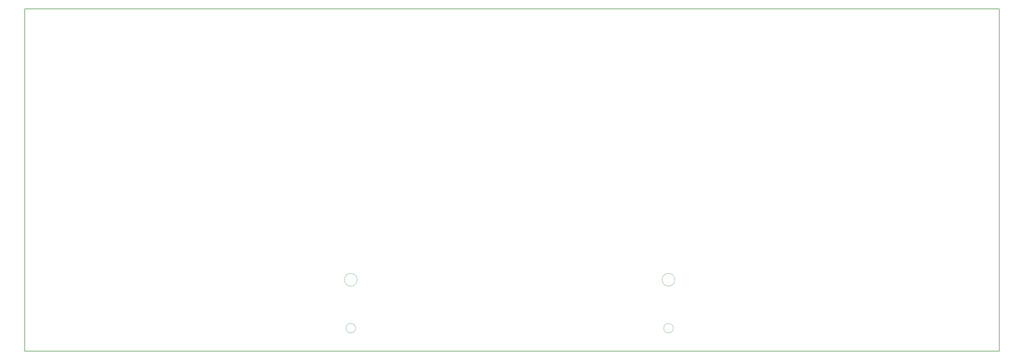
<source format=gbr>
%TF.GenerationSoftware,KiCad,Pcbnew,7.0.7*%
%TF.CreationDate,2024-01-28T23:49:53+00:00*%
%TF.ProjectId,Lynx-Keyboard,4c796e78-2d4b-4657-9962-6f6172642e6b,rev?*%
%TF.SameCoordinates,Original*%
%TF.FileFunction,Profile,NP*%
%FSLAX46Y46*%
G04 Gerber Fmt 4.6, Leading zero omitted, Abs format (unit mm)*
G04 Created by KiCad (PCBNEW 7.0.7) date 2024-01-28 23:49:53*
%MOMM*%
%LPD*%
G01*
G04 APERTURE LIST*
%TA.AperFunction,Profile*%
%ADD10C,0.100000*%
%TD*%
%TA.AperFunction,Profile*%
%ADD11C,0.200000*%
%TD*%
G04 APERTURE END LIST*
D10*
X239810000Y-120480000D02*
G75*
G03*
X239810000Y-120480000I-2000000J0D01*
G01*
X239310000Y-135760000D02*
G75*
G03*
X239310000Y-135760000I-1500000J0D01*
G01*
X139240000Y-135760000D02*
G75*
G03*
X139240000Y-135760000I-1500000J0D01*
G01*
X139740000Y-120480000D02*
G75*
G03*
X139740000Y-120480000I-2000000J0D01*
G01*
D11*
X35000000Y-35000000D02*
X342000000Y-35000000D01*
X342000000Y-143000000D01*
X35000000Y-143000000D01*
X35000000Y-35000000D01*
M02*

</source>
